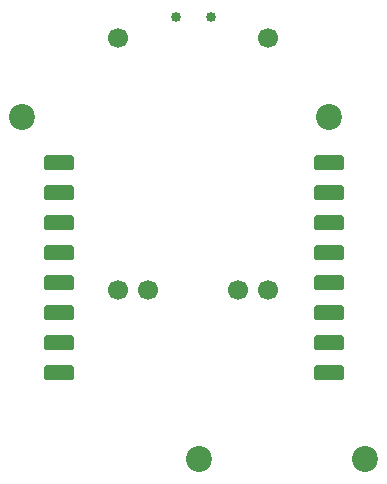
<source format=gbs>
G04 #@! TF.GenerationSoftware,KiCad,Pcbnew,9.0.2*
G04 #@! TF.CreationDate,2025-06-28T15:28:43-07:00*
G04 #@! TF.ProjectId,bert_slime_tracker,62657274-5f73-46c6-996d-655f74726163,rev?*
G04 #@! TF.SameCoordinates,Original*
G04 #@! TF.FileFunction,Soldermask,Bot*
G04 #@! TF.FilePolarity,Negative*
%FSLAX46Y46*%
G04 Gerber Fmt 4.6, Leading zero omitted, Abs format (unit mm)*
G04 Created by KiCad (PCBNEW 9.0.2) date 2025-06-28 15:28:43*
%MOMM*%
%LPD*%
G01*
G04 APERTURE LIST*
G04 Aperture macros list*
%AMRoundRect*
0 Rectangle with rounded corners*
0 $1 Rounding radius*
0 $2 $3 $4 $5 $6 $7 $8 $9 X,Y pos of 4 corners*
0 Add a 4 corners polygon primitive as box body*
4,1,4,$2,$3,$4,$5,$6,$7,$8,$9,$2,$3,0*
0 Add four circle primitives for the rounded corners*
1,1,$1+$1,$2,$3*
1,1,$1+$1,$4,$5*
1,1,$1+$1,$6,$7*
1,1,$1+$1,$8,$9*
0 Add four rect primitives between the rounded corners*
20,1,$1+$1,$2,$3,$4,$5,0*
20,1,$1+$1,$4,$5,$6,$7,0*
20,1,$1+$1,$6,$7,$8,$9,0*
20,1,$1+$1,$8,$9,$2,$3,0*%
G04 Aperture macros list end*
%ADD10C,2.200000*%
%ADD11RoundRect,0.190500X-1.079500X-0.444500X1.079500X-0.444500X1.079500X0.444500X-1.079500X0.444500X0*%
%ADD12C,1.700000*%
%ADD13C,0.850000*%
G04 APERTURE END LIST*
D10*
X125500000Y-80500000D03*
D11*
X128610000Y-84440000D03*
X128610000Y-86980000D03*
X128610000Y-89520000D03*
X128610000Y-92060000D03*
X128610000Y-94600000D03*
X128610000Y-97140000D03*
X128610000Y-99680000D03*
X128610000Y-102220000D03*
X151470000Y-84440000D03*
X151470000Y-86980000D03*
X151470000Y-89520000D03*
X151470000Y-92060000D03*
X151470000Y-94600000D03*
X151470000Y-97140000D03*
X151470000Y-99680000D03*
X151470000Y-102220000D03*
D10*
X151500000Y-80500000D03*
D12*
X146350000Y-73840000D03*
X133650000Y-73840000D03*
X146350000Y-95110000D03*
X143810000Y-95110000D03*
X136190000Y-95110000D03*
X133650000Y-95110000D03*
D13*
X141500000Y-72000000D03*
X138500000Y-72000000D03*
D10*
X154500000Y-109500000D03*
X140500000Y-109500000D03*
M02*

</source>
